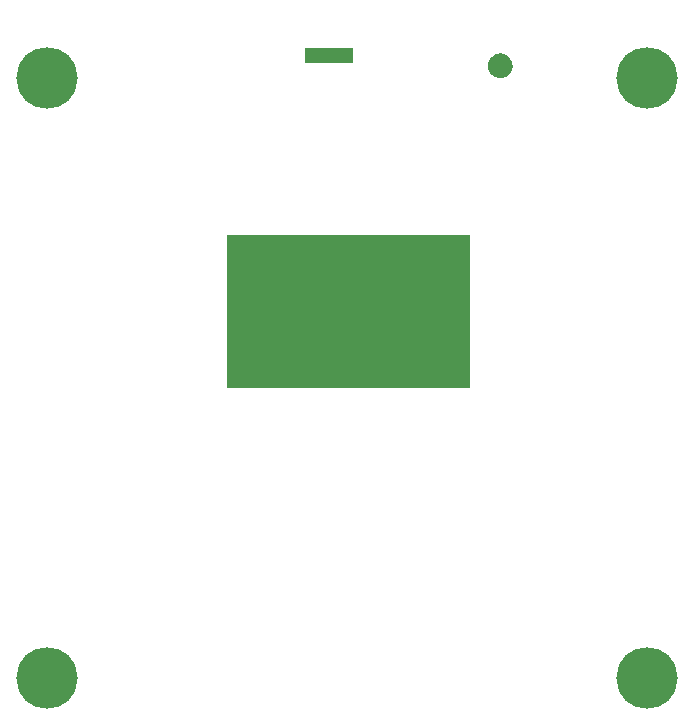
<source format=gts>
G04 Layer: TopSolderMaskLayer*
G04 EasyEDA v6.5.34, 2023-08-21 18:11:39*
G04 3696ccb3ce3c4ba2a1e01cf7d584be42,5a6b42c53f6a479593ecc07194224c93,10*
G04 Gerber Generator version 0.2*
G04 Scale: 100 percent, Rotated: No, Reflected: No *
G04 Dimensions in millimeters *
G04 leading zeros omitted , absolute positions ,4 integer and 5 decimal *
%FSLAX45Y45*%
%MOMM*%

%ADD10C,5.2032*%

%LPD*%
G36*
X4216400Y5669534D02*
G01*
X4207154Y5669127D01*
X4198010Y5667908D01*
X4189018Y5665876D01*
X4184599Y5664606D01*
X4175963Y5661406D01*
X4167632Y5657443D01*
X4159656Y5652770D01*
X4152137Y5647385D01*
X4145127Y5641390D01*
X4138676Y5634837D01*
X4132834Y5627674D01*
X4127652Y5620054D01*
X4123131Y5611977D01*
X4119372Y5603544D01*
X4116374Y5594858D01*
X4114139Y5585866D01*
X4112717Y5576773D01*
X4112107Y5567578D01*
X4112310Y5558332D01*
X4113326Y5549188D01*
X4115155Y5540146D01*
X4117797Y5531307D01*
X4119372Y5526938D01*
X4123131Y5518556D01*
X4127652Y5510479D01*
X4132834Y5502859D01*
X4138676Y5495696D01*
X4145127Y5489143D01*
X4152137Y5483098D01*
X4159656Y5477764D01*
X4167632Y5473090D01*
X4175963Y5469128D01*
X4184599Y5465927D01*
X4193489Y5463540D01*
X4202582Y5461914D01*
X4211777Y5461101D01*
X4221022Y5461101D01*
X4230166Y5461914D01*
X4239260Y5463540D01*
X4248150Y5465927D01*
X4256836Y5469128D01*
X4265168Y5473090D01*
X4273092Y5477764D01*
X4280611Y5483098D01*
X4287621Y5489143D01*
X4294073Y5495696D01*
X4299915Y5502859D01*
X4305096Y5510479D01*
X4309618Y5518556D01*
X4313377Y5526938D01*
X4316374Y5535676D01*
X4318609Y5544616D01*
X4320032Y5553760D01*
X4320641Y5562955D01*
X4320438Y5572201D01*
X4319422Y5581345D01*
X4317593Y5590387D01*
X4314952Y5599226D01*
X4311599Y5607812D01*
X4307433Y5616092D01*
X4302607Y5623915D01*
X4297070Y5631332D01*
X4290923Y5638190D01*
X4284218Y5644489D01*
X4276953Y5650179D01*
X4269181Y5655208D01*
X4261053Y5659526D01*
X4252518Y5663082D01*
X4248150Y5664606D01*
X4239260Y5666994D01*
X4230166Y5668619D01*
X4221022Y5669432D01*
G37*
D10*
G01*
X380992Y5460992D03*
G01*
X380992Y380992D03*
G01*
X5460992Y380992D03*
G01*
X5460992Y5460992D03*
G36*
X1904992Y4127492D02*
G01*
X3962392Y4127492D01*
X3962392Y2832092D01*
X1904992Y2832092D01*
G37*
G36*
X2565392Y5714992D02*
G01*
X2971792Y5714992D01*
X2971792Y5587992D01*
X2565392Y5587992D01*
G37*
M02*

</source>
